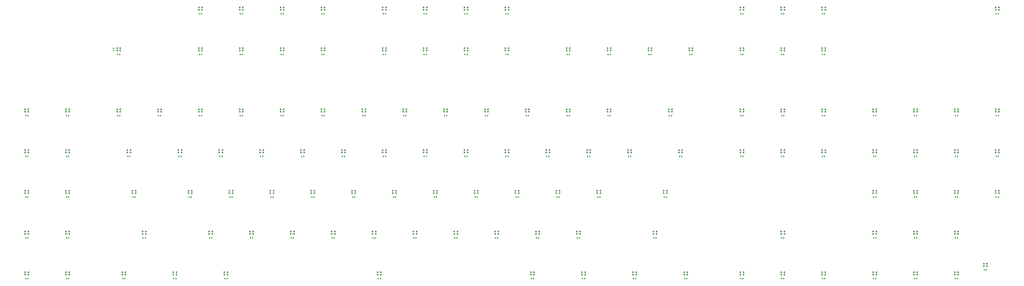
<source format=gbr>
%TF.GenerationSoftware,KiCad,Pcbnew,(6.0.0)*%
%TF.CreationDate,2022-04-04T18:27:56-04:00*%
%TF.ProjectId,SweetBusinessRGBCore,53776565-7442-4757-9369-6e6573735247,rev?*%
%TF.SameCoordinates,Original*%
%TF.FileFunction,Paste,Top*%
%TF.FilePolarity,Positive*%
%FSLAX46Y46*%
G04 Gerber Fmt 4.6, Leading zero omitted, Abs format (unit mm)*
G04 Created by KiCad (PCBNEW (6.0.0)) date 2022-04-04 18:27:56*
%MOMM*%
%LPD*%
G01*
G04 APERTURE LIST*
G04 Aperture macros list*
%AMRoundRect*
0 Rectangle with rounded corners*
0 $1 Rounding radius*
0 $2 $3 $4 $5 $6 $7 $8 $9 X,Y pos of 4 corners*
0 Add a 4 corners polygon primitive as box body*
4,1,4,$2,$3,$4,$5,$6,$7,$8,$9,$2,$3,0*
0 Add four circle primitives for the rounded corners*
1,1,$1+$1,$2,$3*
1,1,$1+$1,$4,$5*
1,1,$1+$1,$6,$7*
1,1,$1+$1,$8,$9*
0 Add four rect primitives between the rounded corners*
20,1,$1+$1,$2,$3,$4,$5,0*
20,1,$1+$1,$4,$5,$6,$7,0*
20,1,$1+$1,$6,$7,$8,$9,0*
20,1,$1+$1,$8,$9,$2,$3,0*%
G04 Aperture macros list end*
%ADD10RoundRect,0.147500X-0.147500X-0.172500X0.147500X-0.172500X0.147500X0.172500X-0.147500X0.172500X0*%
%ADD11R,0.700000X0.700000*%
%ADD12RoundRect,0.147500X0.147500X0.172500X-0.147500X0.172500X-0.147500X-0.172500X0.147500X-0.172500X0*%
%ADD13RoundRect,0.147500X-0.172500X0.147500X-0.172500X-0.147500X0.172500X-0.147500X0.172500X0.147500X0*%
G04 APERTURE END LIST*
D10*
%TO.C,LC14*%
X156677500Y-152400000D03*
X157647500Y-152400000D03*
%TD*%
D11*
%TO.C,LD41*%
X310312500Y-179143750D03*
X310312500Y-178043750D03*
X308812500Y-178043750D03*
X308812500Y-179143750D03*
%TD*%
%TO.C,LD42*%
X329362500Y-179143750D03*
X329362500Y-178043750D03*
X327862500Y-178043750D03*
X327862500Y-179143750D03*
%TD*%
%TO.C,LD126*%
X491287500Y-255343750D03*
X491287500Y-254243750D03*
X489787500Y-254243750D03*
X489787500Y-255343750D03*
%TD*%
%TO.C,LD81*%
X210300000Y-217243750D03*
X210300000Y-216143750D03*
X208800000Y-216143750D03*
X208800000Y-217243750D03*
%TD*%
D12*
%TO.C,LC89*%
X452922500Y-219075000D03*
X451952500Y-219075000D03*
%TD*%
D11*
%TO.C,LD70*%
X451687500Y-197093750D03*
X451687500Y-198193750D03*
X453187500Y-198193750D03*
X453187500Y-197093750D03*
%TD*%
D12*
%TO.C,LC91*%
X491022500Y-219075000D03*
X490052500Y-219075000D03*
%TD*%
D11*
%TO.C,LD96*%
X142125000Y-235193750D03*
X142125000Y-236293750D03*
X143625000Y-236293750D03*
X143625000Y-235193750D03*
%TD*%
D12*
%TO.C,LC124*%
X452922500Y-257175000D03*
X451952500Y-257175000D03*
%TD*%
%TO.C,LC37*%
X233847500Y-180975000D03*
X232877500Y-180975000D03*
%TD*%
D11*
%TO.C,LD84*%
X267450000Y-217243750D03*
X267450000Y-216143750D03*
X265950000Y-216143750D03*
X265950000Y-217243750D03*
%TD*%
%TO.C,LD97*%
X161175000Y-235193750D03*
X161175000Y-236293750D03*
X162675000Y-236293750D03*
X162675000Y-235193750D03*
%TD*%
%TO.C,LD60*%
X242137500Y-197093750D03*
X242137500Y-198193750D03*
X243637500Y-198193750D03*
X243637500Y-197093750D03*
%TD*%
%TO.C,LDE1*%
X510325000Y-131518750D03*
X510325000Y-130418750D03*
X508825000Y-130418750D03*
X508825000Y-131518750D03*
%TD*%
D12*
%TO.C,LC119*%
X341003750Y-257175000D03*
X340033750Y-257175000D03*
%TD*%
D11*
%TO.C,LD34*%
X176962500Y-179143750D03*
X176962500Y-178043750D03*
X175462500Y-178043750D03*
X175462500Y-179143750D03*
%TD*%
%TO.C,LD121*%
X391275000Y-255343750D03*
X391275000Y-254243750D03*
X389775000Y-254243750D03*
X389775000Y-255343750D03*
%TD*%
%TO.C,LD103*%
X275475000Y-235193750D03*
X275475000Y-236293750D03*
X276975000Y-236293750D03*
X276975000Y-235193750D03*
%TD*%
%TO.C,LD88*%
X355556250Y-217243750D03*
X355556250Y-216143750D03*
X354056250Y-216143750D03*
X354056250Y-217243750D03*
%TD*%
%TO.C,LD85*%
X286500000Y-217243750D03*
X286500000Y-216143750D03*
X285000000Y-216143750D03*
X285000000Y-217243750D03*
%TD*%
D12*
%TO.C,LC28*%
X57635000Y-180975000D03*
X56665000Y-180975000D03*
%TD*%
D10*
%TO.C,LC102*%
X256690000Y-238125000D03*
X257660000Y-238125000D03*
%TD*%
D12*
%TO.C,LC39*%
X271947500Y-180975000D03*
X270977500Y-180975000D03*
%TD*%
D11*
%TO.C,LD3*%
X157912500Y-131518750D03*
X157912500Y-130418750D03*
X156412500Y-130418750D03*
X156412500Y-131518750D03*
%TD*%
D12*
%TO.C,LC9*%
X281472500Y-133350000D03*
X280502500Y-133350000D03*
%TD*%
D10*
%TO.C,LC60*%
X242402500Y-200025000D03*
X243372500Y-200025000D03*
%TD*%
D11*
%TO.C,LD32*%
X138862500Y-179143750D03*
X138862500Y-178043750D03*
X137362500Y-178043750D03*
X137362500Y-179143750D03*
%TD*%
%TO.C,LD23*%
X346912500Y-149468750D03*
X346912500Y-150568750D03*
X348412500Y-150568750D03*
X348412500Y-149468750D03*
%TD*%
D10*
%TO.C,LC98*%
X180490000Y-238125000D03*
X181460000Y-238125000D03*
%TD*%
D12*
%TO.C,LC36*%
X214797500Y-180975000D03*
X213827500Y-180975000D03*
%TD*%
%TO.C,LC114*%
X126691250Y-257175000D03*
X125721250Y-257175000D03*
%TD*%
%TO.C,LC2*%
X138597500Y-133350000D03*
X137627500Y-133350000D03*
%TD*%
D11*
%TO.C,LD47*%
X453187500Y-179143750D03*
X453187500Y-178043750D03*
X451687500Y-178043750D03*
X451687500Y-179143750D03*
%TD*%
%TO.C,LD95*%
X111168750Y-235193750D03*
X111168750Y-236293750D03*
X112668750Y-236293750D03*
X112668750Y-235193750D03*
%TD*%
%TO.C,LD86*%
X305550000Y-217243750D03*
X305550000Y-216143750D03*
X304050000Y-216143750D03*
X304050000Y-217243750D03*
%TD*%
D12*
%TO.C,LC118*%
X317191250Y-257175000D03*
X316221250Y-257175000D03*
%TD*%
%TO.C,LC5*%
X195747500Y-133350000D03*
X194777500Y-133350000D03*
%TD*%
D11*
%TO.C,LD75*%
X76950000Y-217243750D03*
X76950000Y-216143750D03*
X75450000Y-216143750D03*
X75450000Y-217243750D03*
%TD*%
%TO.C,LD65*%
X337387500Y-197093750D03*
X337387500Y-198193750D03*
X338887500Y-198193750D03*
X338887500Y-197093750D03*
%TD*%
D12*
%TO.C,LC82*%
X229085000Y-219075000D03*
X228115000Y-219075000D03*
%TD*%
%TO.C,LC6*%
X224322500Y-133350000D03*
X223352500Y-133350000D03*
%TD*%
D11*
%TO.C,LD6*%
X224587500Y-131518750D03*
X224587500Y-130418750D03*
X223087500Y-130418750D03*
X223087500Y-131518750D03*
%TD*%
D10*
%TO.C,LC107*%
X409090000Y-238125000D03*
X410060000Y-238125000D03*
%TD*%
D12*
%TO.C,LC81*%
X210035000Y-219075000D03*
X209065000Y-219075000D03*
%TD*%
D10*
%TO.C,LC52*%
X75715000Y-200025000D03*
X76685000Y-200025000D03*
%TD*%
D11*
%TO.C,LD55*%
X146887500Y-197093750D03*
X146887500Y-198193750D03*
X148387500Y-198193750D03*
X148387500Y-197093750D03*
%TD*%
%TO.C,LD50*%
X510337500Y-179143750D03*
X510337500Y-178043750D03*
X508837500Y-178043750D03*
X508837500Y-179143750D03*
%TD*%
%TO.C,LD17*%
X223087500Y-149468750D03*
X223087500Y-150568750D03*
X224587500Y-150568750D03*
X224587500Y-149468750D03*
%TD*%
%TO.C,LD28*%
X57900000Y-179143750D03*
X57900000Y-178043750D03*
X56400000Y-178043750D03*
X56400000Y-179143750D03*
%TD*%
D10*
%TO.C,LC73*%
X509102500Y-200025000D03*
X510072500Y-200025000D03*
%TD*%
D11*
%TO.C,LD68*%
X408825000Y-197093750D03*
X408825000Y-198193750D03*
X410325000Y-198193750D03*
X410325000Y-197093750D03*
%TD*%
D10*
%TO.C,LC51*%
X56665000Y-200025000D03*
X57635000Y-200025000D03*
%TD*%
D12*
%TO.C,LC38*%
X252897500Y-180975000D03*
X251927500Y-180975000D03*
%TD*%
D11*
%TO.C,LD116*%
X222206250Y-255343750D03*
X222206250Y-254243750D03*
X220706250Y-254243750D03*
X220706250Y-255343750D03*
%TD*%
%TO.C,LD61*%
X261187500Y-197093750D03*
X261187500Y-198193750D03*
X262687500Y-198193750D03*
X262687500Y-197093750D03*
%TD*%
%TO.C,LD2*%
X138862500Y-131518750D03*
X138862500Y-130418750D03*
X137362500Y-130418750D03*
X137362500Y-131518750D03*
%TD*%
%TO.C,LD11*%
X410325000Y-131518750D03*
X410325000Y-130418750D03*
X408825000Y-130418750D03*
X408825000Y-131518750D03*
%TD*%
%TO.C,LD46*%
X429375000Y-179143750D03*
X429375000Y-178043750D03*
X427875000Y-178043750D03*
X427875000Y-179143750D03*
%TD*%
D10*
%TO.C,LC18*%
X242402500Y-152400000D03*
X243372500Y-152400000D03*
%TD*%
D11*
%TO.C,LD38*%
X253162500Y-179143750D03*
X253162500Y-178043750D03*
X251662500Y-178043750D03*
X251662500Y-179143750D03*
%TD*%
%TO.C,LD4*%
X176962500Y-131518750D03*
X176962500Y-130418750D03*
X175462500Y-130418750D03*
X175462500Y-131518750D03*
%TD*%
D10*
%TO.C,LC56*%
X166202500Y-200025000D03*
X167172500Y-200025000D03*
%TD*%
D11*
%TO.C,LD118*%
X317456250Y-255343750D03*
X317456250Y-254243750D03*
X315956250Y-254243750D03*
X315956250Y-255343750D03*
%TD*%
%TO.C,LD78*%
X153150000Y-217243750D03*
X153150000Y-216143750D03*
X151650000Y-216143750D03*
X151650000Y-217243750D03*
%TD*%
%TO.C,LD1*%
X100762500Y-150568750D03*
X100762500Y-149468750D03*
X99262500Y-149468750D03*
X99262500Y-150568750D03*
%TD*%
D10*
%TO.C,LC59*%
X223352500Y-200025000D03*
X224322500Y-200025000D03*
%TD*%
D12*
%TO.C,LC92*%
X510072500Y-219075000D03*
X509102500Y-219075000D03*
%TD*%
%TO.C,LC8*%
X262422500Y-133350000D03*
X261452500Y-133350000D03*
%TD*%
D10*
%TO.C,LC64*%
X318602500Y-200025000D03*
X319572500Y-200025000D03*
%TD*%
D11*
%TO.C,LD93*%
X56400000Y-235193750D03*
X56400000Y-236293750D03*
X57900000Y-236293750D03*
X57900000Y-235193750D03*
%TD*%
%TO.C,LD25*%
X389775000Y-149468750D03*
X389775000Y-150568750D03*
X391275000Y-150568750D03*
X391275000Y-149468750D03*
%TD*%
%TO.C,LD117*%
X293643750Y-255343750D03*
X293643750Y-254243750D03*
X292143750Y-254243750D03*
X292143750Y-255343750D03*
%TD*%
D12*
%TO.C,LC122*%
X410060000Y-257175000D03*
X409090000Y-257175000D03*
%TD*%
D10*
%TO.C,LC15*%
X175727500Y-152400000D03*
X176697500Y-152400000D03*
%TD*%
D12*
%TO.C,LC50*%
X510072500Y-180975000D03*
X509102500Y-180975000D03*
%TD*%
D10*
%TO.C,LC20*%
X280502500Y-152400000D03*
X281472500Y-152400000D03*
%TD*%
D11*
%TO.C,LD87*%
X324600000Y-217243750D03*
X324600000Y-216143750D03*
X323100000Y-216143750D03*
X323100000Y-217243750D03*
%TD*%
%TO.C,LD98*%
X180225000Y-235193750D03*
X180225000Y-236293750D03*
X181725000Y-236293750D03*
X181725000Y-235193750D03*
%TD*%
%TO.C,LD100*%
X218325000Y-235193750D03*
X218325000Y-236293750D03*
X219825000Y-236293750D03*
X219825000Y-235193750D03*
%TD*%
%TO.C,LD52*%
X75450000Y-197093750D03*
X75450000Y-198193750D03*
X76950000Y-198193750D03*
X76950000Y-197093750D03*
%TD*%
%TO.C,LD18*%
X242137500Y-149468750D03*
X242137500Y-150568750D03*
X243637500Y-150568750D03*
X243637500Y-149468750D03*
%TD*%
%TO.C,LD12*%
X429375000Y-131518750D03*
X429375000Y-130418750D03*
X427875000Y-130418750D03*
X427875000Y-131518750D03*
%TD*%
D10*
%TO.C,LC94*%
X75715000Y-238125000D03*
X76685000Y-238125000D03*
%TD*%
D12*
%TO.C,LC46*%
X429110000Y-180975000D03*
X428140000Y-180975000D03*
%TD*%
%TO.C,LC31*%
X119547500Y-180975000D03*
X118577500Y-180975000D03*
%TD*%
D11*
%TO.C,LD110*%
X489787500Y-235193750D03*
X489787500Y-236293750D03*
X491287500Y-236293750D03*
X491287500Y-235193750D03*
%TD*%
D10*
%TO.C,LC13*%
X137627500Y-152400000D03*
X138597500Y-152400000D03*
%TD*%
%TO.C,LC108*%
X451952500Y-238125000D03*
X452922500Y-238125000D03*
%TD*%
D12*
%TO.C,LC12*%
X429110000Y-133350000D03*
X428140000Y-133350000D03*
%TD*%
D10*
%TO.C,LC105*%
X313840000Y-238125000D03*
X314810000Y-238125000D03*
%TD*%
D11*
%TO.C,LD44*%
X391275000Y-179143750D03*
X391275000Y-178043750D03*
X389775000Y-178043750D03*
X389775000Y-179143750D03*
%TD*%
D10*
%TO.C,LC58*%
X204302500Y-200025000D03*
X205272500Y-200025000D03*
%TD*%
%TO.C,LC17*%
X223352500Y-152400000D03*
X224322500Y-152400000D03*
%TD*%
D11*
%TO.C,LD122*%
X410325000Y-255343750D03*
X410325000Y-254243750D03*
X408825000Y-254243750D03*
X408825000Y-255343750D03*
%TD*%
%TO.C,LD8*%
X262687500Y-131518750D03*
X262687500Y-130418750D03*
X261187500Y-130418750D03*
X261187500Y-131518750D03*
%TD*%
%TO.C,LD71*%
X470737500Y-197093750D03*
X470737500Y-198193750D03*
X472237500Y-198193750D03*
X472237500Y-197093750D03*
%TD*%
D10*
%TO.C,LC99*%
X199540000Y-238125000D03*
X200510000Y-238125000D03*
%TD*%
D12*
%TO.C,LCE1*%
X510072500Y-133350000D03*
X509102500Y-133350000D03*
%TD*%
D10*
%TO.C,LC103*%
X275740000Y-238125000D03*
X276710000Y-238125000D03*
%TD*%
D11*
%TO.C,LD112*%
X76950000Y-255343750D03*
X76950000Y-254243750D03*
X75450000Y-254243750D03*
X75450000Y-255343750D03*
%TD*%
D10*
%TO.C,LC22*%
X328127500Y-152400000D03*
X329097500Y-152400000D03*
%TD*%
D11*
%TO.C,LD31*%
X119812500Y-179143750D03*
X119812500Y-178043750D03*
X118312500Y-178043750D03*
X118312500Y-179143750D03*
%TD*%
D10*
%TO.C,LC69*%
X428140000Y-200025000D03*
X429110000Y-200025000D03*
%TD*%
%TO.C,LC101*%
X237640000Y-238125000D03*
X238610000Y-238125000D03*
%TD*%
D11*
%TO.C,LD21*%
X308812500Y-149468750D03*
X308812500Y-150568750D03*
X310312500Y-150568750D03*
X310312500Y-149468750D03*
%TD*%
D12*
%TO.C,LC3*%
X157647500Y-133350000D03*
X156677500Y-133350000D03*
%TD*%
D10*
%TO.C,LC55*%
X147152500Y-200025000D03*
X148122500Y-200025000D03*
%TD*%
D12*
%TO.C,LC125*%
X471972500Y-257175000D03*
X471002500Y-257175000D03*
%TD*%
D10*
%TO.C,LC24*%
X366227500Y-152400000D03*
X367197500Y-152400000D03*
%TD*%
D11*
%TO.C,LD51*%
X56400000Y-197093750D03*
X56400000Y-198193750D03*
X57900000Y-198193750D03*
X57900000Y-197093750D03*
%TD*%
D12*
%TO.C,LC123*%
X429110000Y-257175000D03*
X428140000Y-257175000D03*
%TD*%
%TO.C,LC32*%
X138597500Y-180975000D03*
X137627500Y-180975000D03*
%TD*%
%TO.C,LC79*%
X171935000Y-219075000D03*
X170965000Y-219075000D03*
%TD*%
D11*
%TO.C,LD69*%
X427875000Y-197093750D03*
X427875000Y-198193750D03*
X429375000Y-198193750D03*
X429375000Y-197093750D03*
%TD*%
%TO.C,LD120*%
X365081250Y-255343750D03*
X365081250Y-254243750D03*
X363581250Y-254243750D03*
X363581250Y-255343750D03*
%TD*%
D10*
%TO.C,LC19*%
X261452500Y-152400000D03*
X262422500Y-152400000D03*
%TD*%
D11*
%TO.C,LD89*%
X453187500Y-217243750D03*
X453187500Y-216143750D03*
X451687500Y-216143750D03*
X451687500Y-217243750D03*
%TD*%
%TO.C,LD19*%
X261187500Y-149468750D03*
X261187500Y-150568750D03*
X262687500Y-150568750D03*
X262687500Y-149468750D03*
%TD*%
D10*
%TO.C,LC104*%
X294790000Y-238125000D03*
X295760000Y-238125000D03*
%TD*%
D12*
%TO.C,LC111*%
X57635000Y-257175000D03*
X56665000Y-257175000D03*
%TD*%
D11*
%TO.C,LD35*%
X196012500Y-179143750D03*
X196012500Y-178043750D03*
X194512500Y-178043750D03*
X194512500Y-179143750D03*
%TD*%
D12*
%TO.C,LC127*%
X504516250Y-253111000D03*
X503546250Y-253111000D03*
%TD*%
D11*
%TO.C,LD10*%
X391275000Y-131518750D03*
X391275000Y-130418750D03*
X389775000Y-130418750D03*
X389775000Y-131518750D03*
%TD*%
D10*
%TO.C,LC61*%
X261452500Y-200025000D03*
X262422500Y-200025000D03*
%TD*%
D12*
%TO.C,LC113*%
X102878750Y-257175000D03*
X101908750Y-257175000D03*
%TD*%
%TO.C,LC86*%
X305285000Y-219075000D03*
X304315000Y-219075000D03*
%TD*%
D10*
%TO.C,LC21*%
X309077500Y-152400000D03*
X310047500Y-152400000D03*
%TD*%
%TO.C,LC110*%
X490052500Y-238125000D03*
X491022500Y-238125000D03*
%TD*%
D11*
%TO.C,LD9*%
X281737500Y-131518750D03*
X281737500Y-130418750D03*
X280237500Y-130418750D03*
X280237500Y-131518750D03*
%TD*%
D12*
%TO.C,LC126*%
X491022500Y-257175000D03*
X490052500Y-257175000D03*
%TD*%
%TO.C,LC33*%
X157647500Y-180975000D03*
X156677500Y-180975000D03*
%TD*%
D11*
%TO.C,LD101*%
X237375000Y-235193750D03*
X237375000Y-236293750D03*
X238875000Y-236293750D03*
X238875000Y-235193750D03*
%TD*%
D12*
%TO.C,LC117*%
X293378750Y-257175000D03*
X292408750Y-257175000D03*
%TD*%
%TO.C,LC115*%
X150503750Y-257175000D03*
X149533750Y-257175000D03*
%TD*%
D13*
%TO.C,R1*%
X97631250Y-149533750D03*
X97631250Y-150503750D03*
%TD*%
D10*
%TO.C,LC25*%
X390040000Y-152400000D03*
X391010000Y-152400000D03*
%TD*%
D11*
%TO.C,LD113*%
X103143750Y-255343750D03*
X103143750Y-254243750D03*
X101643750Y-254243750D03*
X101643750Y-255343750D03*
%TD*%
%TO.C,LD20*%
X280237500Y-149468750D03*
X280237500Y-150568750D03*
X281737500Y-150568750D03*
X281737500Y-149468750D03*
%TD*%
D12*
%TO.C,LC35*%
X195747500Y-180975000D03*
X194777500Y-180975000D03*
%TD*%
D11*
%TO.C,LD48*%
X472237500Y-179143750D03*
X472237500Y-178043750D03*
X470737500Y-178043750D03*
X470737500Y-179143750D03*
%TD*%
D12*
%TO.C,LC75*%
X76685000Y-219075000D03*
X75715000Y-219075000D03*
%TD*%
D11*
%TO.C,LD74*%
X57900000Y-217243750D03*
X57900000Y-216143750D03*
X56400000Y-216143750D03*
X56400000Y-217243750D03*
%TD*%
%TO.C,LD54*%
X127837500Y-197093750D03*
X127837500Y-198193750D03*
X129337500Y-198193750D03*
X129337500Y-197093750D03*
%TD*%
%TO.C,LD105*%
X313575000Y-235193750D03*
X313575000Y-236293750D03*
X315075000Y-236293750D03*
X315075000Y-235193750D03*
%TD*%
%TO.C,LD77*%
X134100000Y-217243750D03*
X134100000Y-216143750D03*
X132600000Y-216143750D03*
X132600000Y-217243750D03*
%TD*%
D10*
%TO.C,LC16*%
X194777500Y-152400000D03*
X195747500Y-152400000D03*
%TD*%
D11*
%TO.C,LD99*%
X199275000Y-235193750D03*
X199275000Y-236293750D03*
X200775000Y-236293750D03*
X200775000Y-235193750D03*
%TD*%
D12*
%TO.C,LC116*%
X221941250Y-257175000D03*
X220971250Y-257175000D03*
%TD*%
D11*
%TO.C,LD76*%
X107906250Y-217243750D03*
X107906250Y-216143750D03*
X106406250Y-216143750D03*
X106406250Y-217243750D03*
%TD*%
%TO.C,LD30*%
X100762500Y-179143750D03*
X100762500Y-178043750D03*
X99262500Y-178043750D03*
X99262500Y-179143750D03*
%TD*%
D10*
%TO.C,LC100*%
X218590000Y-238125000D03*
X219560000Y-238125000D03*
%TD*%
D12*
%TO.C,LC44*%
X391010000Y-180975000D03*
X390040000Y-180975000D03*
%TD*%
%TO.C,LC112*%
X76685000Y-257175000D03*
X75715000Y-257175000D03*
%TD*%
%TO.C,LC1*%
X100497500Y-152400000D03*
X99527500Y-152400000D03*
%TD*%
D11*
%TO.C,LD29*%
X76950000Y-179143750D03*
X76950000Y-178043750D03*
X75450000Y-178043750D03*
X75450000Y-179143750D03*
%TD*%
%TO.C,LD49*%
X491287500Y-179143750D03*
X491287500Y-178043750D03*
X489787500Y-178043750D03*
X489787500Y-179143750D03*
%TD*%
%TO.C,LD67*%
X389775000Y-197093750D03*
X389775000Y-198193750D03*
X391275000Y-198193750D03*
X391275000Y-197093750D03*
%TD*%
D10*
%TO.C,LC109*%
X471002500Y-238125000D03*
X471972500Y-238125000D03*
%TD*%
%TO.C,LC65*%
X337652500Y-200025000D03*
X338622500Y-200025000D03*
%TD*%
D11*
%TO.C,LD45*%
X410325000Y-179143750D03*
X410325000Y-178043750D03*
X408825000Y-178043750D03*
X408825000Y-179143750D03*
%TD*%
%TO.C,LD62*%
X280237500Y-197093750D03*
X280237500Y-198193750D03*
X281737500Y-198193750D03*
X281737500Y-197093750D03*
%TD*%
%TO.C,LD40*%
X291262500Y-179143750D03*
X291262500Y-178043750D03*
X289762500Y-178043750D03*
X289762500Y-179143750D03*
%TD*%
D12*
%TO.C,LC74*%
X57635000Y-219075000D03*
X56665000Y-219075000D03*
%TD*%
D11*
%TO.C,LD109*%
X470737500Y-235193750D03*
X470737500Y-236293750D03*
X472237500Y-236293750D03*
X472237500Y-235193750D03*
%TD*%
%TO.C,LD24*%
X365962500Y-149468750D03*
X365962500Y-150568750D03*
X367462500Y-150568750D03*
X367462500Y-149468750D03*
%TD*%
D12*
%TO.C,LC41*%
X310047500Y-180975000D03*
X309077500Y-180975000D03*
%TD*%
D10*
%TO.C,LC26*%
X409090000Y-152400000D03*
X410060000Y-152400000D03*
%TD*%
D12*
%TO.C,LC40*%
X290997500Y-180975000D03*
X290027500Y-180975000D03*
%TD*%
D11*
%TO.C,LD115*%
X150768750Y-255343750D03*
X150768750Y-254243750D03*
X149268750Y-254243750D03*
X149268750Y-255343750D03*
%TD*%
%TO.C,LD27*%
X427875000Y-149468750D03*
X427875000Y-150568750D03*
X429375000Y-150568750D03*
X429375000Y-149468750D03*
%TD*%
%TO.C,LD83*%
X248400000Y-217243750D03*
X248400000Y-216143750D03*
X246900000Y-216143750D03*
X246900000Y-217243750D03*
%TD*%
%TO.C,LD108*%
X451687500Y-235193750D03*
X451687500Y-236293750D03*
X453187500Y-236293750D03*
X453187500Y-235193750D03*
%TD*%
D12*
%TO.C,LC77*%
X133835000Y-219075000D03*
X132865000Y-219075000D03*
%TD*%
%TO.C,LC83*%
X248135000Y-219075000D03*
X247165000Y-219075000D03*
%TD*%
D11*
%TO.C,LD57*%
X184987500Y-197093750D03*
X184987500Y-198193750D03*
X186487500Y-198193750D03*
X186487500Y-197093750D03*
%TD*%
%TO.C,LD90*%
X472237500Y-217243750D03*
X472237500Y-216143750D03*
X470737500Y-216143750D03*
X470737500Y-217243750D03*
%TD*%
%TO.C,LD124*%
X453187500Y-255343750D03*
X453187500Y-254243750D03*
X451687500Y-254243750D03*
X451687500Y-255343750D03*
%TD*%
%TO.C,LD82*%
X229350000Y-217243750D03*
X229350000Y-216143750D03*
X227850000Y-216143750D03*
X227850000Y-217243750D03*
%TD*%
D12*
%TO.C,LC4*%
X176697500Y-133350000D03*
X175727500Y-133350000D03*
%TD*%
%TO.C,LC42*%
X329097500Y-180975000D03*
X328127500Y-180975000D03*
%TD*%
D11*
%TO.C,LD56*%
X165937500Y-197093750D03*
X165937500Y-198193750D03*
X167437500Y-198193750D03*
X167437500Y-197093750D03*
%TD*%
%TO.C,LD127*%
X504781250Y-251375000D03*
X504781250Y-250275000D03*
X503281250Y-250275000D03*
X503281250Y-251375000D03*
%TD*%
D12*
%TO.C,LC121*%
X391010000Y-257175000D03*
X390040000Y-257175000D03*
%TD*%
D11*
%TO.C,LD16*%
X194512500Y-149468750D03*
X194512500Y-150568750D03*
X196012500Y-150568750D03*
X196012500Y-149468750D03*
%TD*%
%TO.C,LD43*%
X357937500Y-179143750D03*
X357937500Y-178043750D03*
X356437500Y-178043750D03*
X356437500Y-179143750D03*
%TD*%
D12*
%TO.C,LC45*%
X410060000Y-180975000D03*
X409090000Y-180975000D03*
%TD*%
%TO.C,LC49*%
X491022500Y-180975000D03*
X490052500Y-180975000D03*
%TD*%
D10*
%TO.C,LC96*%
X142390000Y-238125000D03*
X143360000Y-238125000D03*
%TD*%
D11*
%TO.C,LD63*%
X299287500Y-197093750D03*
X299287500Y-198193750D03*
X300787500Y-198193750D03*
X300787500Y-197093750D03*
%TD*%
D12*
%TO.C,LC88*%
X355291250Y-219075000D03*
X354321250Y-219075000D03*
%TD*%
D11*
%TO.C,LD125*%
X472237500Y-255343750D03*
X472237500Y-254243750D03*
X470737500Y-254243750D03*
X470737500Y-255343750D03*
%TD*%
D12*
%TO.C,LC47*%
X452922500Y-180975000D03*
X451952500Y-180975000D03*
%TD*%
D10*
%TO.C,LC57*%
X185252500Y-200025000D03*
X186222500Y-200025000D03*
%TD*%
D11*
%TO.C,LD107*%
X408825000Y-235193750D03*
X408825000Y-236293750D03*
X410325000Y-236293750D03*
X410325000Y-235193750D03*
%TD*%
D10*
%TO.C,LC68*%
X409090000Y-200025000D03*
X410060000Y-200025000D03*
%TD*%
D12*
%TO.C,LC29*%
X76685000Y-180975000D03*
X75715000Y-180975000D03*
%TD*%
%TO.C,LC43*%
X357672500Y-180975000D03*
X356702500Y-180975000D03*
%TD*%
D10*
%TO.C,LC54*%
X128102500Y-200025000D03*
X129072500Y-200025000D03*
%TD*%
D11*
%TO.C,LD72*%
X489787500Y-197093750D03*
X489787500Y-198193750D03*
X491287500Y-198193750D03*
X491287500Y-197093750D03*
%TD*%
%TO.C,LD39*%
X272212500Y-179143750D03*
X272212500Y-178043750D03*
X270712500Y-178043750D03*
X270712500Y-179143750D03*
%TD*%
D12*
%TO.C,LC85*%
X286235000Y-219075000D03*
X285265000Y-219075000D03*
%TD*%
D11*
%TO.C,LD26*%
X408825000Y-149468750D03*
X408825000Y-150568750D03*
X410325000Y-150568750D03*
X410325000Y-149468750D03*
%TD*%
D10*
%TO.C,LC72*%
X490052500Y-200025000D03*
X491022500Y-200025000D03*
%TD*%
%TO.C,LC62*%
X280502500Y-200025000D03*
X281472500Y-200025000D03*
%TD*%
D12*
%TO.C,LC84*%
X267185000Y-219075000D03*
X266215000Y-219075000D03*
%TD*%
D11*
%TO.C,LD102*%
X256425000Y-235193750D03*
X256425000Y-236293750D03*
X257925000Y-236293750D03*
X257925000Y-235193750D03*
%TD*%
%TO.C,LD80*%
X191250000Y-217243750D03*
X191250000Y-216143750D03*
X189750000Y-216143750D03*
X189750000Y-217243750D03*
%TD*%
D12*
%TO.C,LC87*%
X324335000Y-219075000D03*
X323365000Y-219075000D03*
%TD*%
D11*
%TO.C,LD119*%
X341268750Y-255343750D03*
X341268750Y-254243750D03*
X339768750Y-254243750D03*
X339768750Y-255343750D03*
%TD*%
D10*
%TO.C,LC23*%
X347177500Y-152400000D03*
X348147500Y-152400000D03*
%TD*%
D11*
%TO.C,LD111*%
X57900000Y-255343750D03*
X57900000Y-254243750D03*
X56400000Y-254243750D03*
X56400000Y-255343750D03*
%TD*%
%TO.C,LD66*%
X361200000Y-197093750D03*
X361200000Y-198193750D03*
X362700000Y-198193750D03*
X362700000Y-197093750D03*
%TD*%
D10*
%TO.C,LC53*%
X104290000Y-200025000D03*
X105260000Y-200025000D03*
%TD*%
D11*
%TO.C,LD79*%
X172200000Y-217243750D03*
X172200000Y-216143750D03*
X170700000Y-216143750D03*
X170700000Y-217243750D03*
%TD*%
%TO.C,LD114*%
X126956250Y-255343750D03*
X126956250Y-254243750D03*
X125456250Y-254243750D03*
X125456250Y-255343750D03*
%TD*%
D10*
%TO.C,LC27*%
X428140000Y-152400000D03*
X429110000Y-152400000D03*
%TD*%
%TO.C,LC97*%
X161440000Y-238125000D03*
X162410000Y-238125000D03*
%TD*%
D11*
%TO.C,LD14*%
X156412500Y-149468750D03*
X156412500Y-150568750D03*
X157912500Y-150568750D03*
X157912500Y-149468750D03*
%TD*%
D12*
%TO.C,LC78*%
X152885000Y-219075000D03*
X151915000Y-219075000D03*
%TD*%
D11*
%TO.C,LD37*%
X234112500Y-179143750D03*
X234112500Y-178043750D03*
X232612500Y-178043750D03*
X232612500Y-179143750D03*
%TD*%
D10*
%TO.C,LC93*%
X56665000Y-238125000D03*
X57635000Y-238125000D03*
%TD*%
D11*
%TO.C,LD73*%
X508837500Y-197093750D03*
X508837500Y-198193750D03*
X510337500Y-198193750D03*
X510337500Y-197093750D03*
%TD*%
%TO.C,LD33*%
X157912500Y-179143750D03*
X157912500Y-178043750D03*
X156412500Y-178043750D03*
X156412500Y-179143750D03*
%TD*%
%TO.C,LD123*%
X429375000Y-255343750D03*
X429375000Y-254243750D03*
X427875000Y-254243750D03*
X427875000Y-255343750D03*
%TD*%
%TO.C,LD94*%
X75450000Y-235193750D03*
X75450000Y-236293750D03*
X76950000Y-236293750D03*
X76950000Y-235193750D03*
%TD*%
D12*
%TO.C,LC120*%
X364816250Y-257175000D03*
X363846250Y-257175000D03*
%TD*%
%TO.C,LC7*%
X243372500Y-133350000D03*
X242402500Y-133350000D03*
%TD*%
D10*
%TO.C,LC95*%
X111433750Y-238125000D03*
X112403750Y-238125000D03*
%TD*%
%TO.C,LC66*%
X361465000Y-200025000D03*
X362435000Y-200025000D03*
%TD*%
D11*
%TO.C,LD64*%
X318337500Y-197093750D03*
X318337500Y-198193750D03*
X319837500Y-198193750D03*
X319837500Y-197093750D03*
%TD*%
%TO.C,LD106*%
X349293750Y-235193750D03*
X349293750Y-236293750D03*
X350793750Y-236293750D03*
X350793750Y-235193750D03*
%TD*%
D10*
%TO.C,LC71*%
X471002500Y-200025000D03*
X471972500Y-200025000D03*
%TD*%
D11*
%TO.C,LD58*%
X204037500Y-197093750D03*
X204037500Y-198193750D03*
X205537500Y-198193750D03*
X205537500Y-197093750D03*
%TD*%
%TO.C,LD53*%
X104025000Y-197093750D03*
X104025000Y-198193750D03*
X105525000Y-198193750D03*
X105525000Y-197093750D03*
%TD*%
D10*
%TO.C,LC70*%
X451952500Y-200025000D03*
X452922500Y-200025000D03*
%TD*%
D12*
%TO.C,LC10*%
X391010000Y-133350000D03*
X390040000Y-133350000D03*
%TD*%
D10*
%TO.C,LC67*%
X390040000Y-200025000D03*
X391010000Y-200025000D03*
%TD*%
D12*
%TO.C,LC48*%
X471972500Y-180975000D03*
X471002500Y-180975000D03*
%TD*%
D11*
%TO.C,LD7*%
X243637500Y-131518750D03*
X243637500Y-130418750D03*
X242137500Y-130418750D03*
X242137500Y-131518750D03*
%TD*%
%TO.C,LD92*%
X510337500Y-217243750D03*
X510337500Y-216143750D03*
X508837500Y-216143750D03*
X508837500Y-217243750D03*
%TD*%
%TO.C,LD91*%
X491287500Y-217243750D03*
X491287500Y-216143750D03*
X489787500Y-216143750D03*
X489787500Y-217243750D03*
%TD*%
D12*
%TO.C,LC30*%
X100497500Y-180975000D03*
X99527500Y-180975000D03*
%TD*%
%TO.C,LC11*%
X410060000Y-133350000D03*
X409090000Y-133350000D03*
%TD*%
D10*
%TO.C,LC63*%
X299552500Y-200025000D03*
X300522500Y-200025000D03*
%TD*%
D12*
%TO.C,LC76*%
X107641250Y-219075000D03*
X106671250Y-219075000D03*
%TD*%
%TO.C,LC34*%
X176697500Y-180975000D03*
X175727500Y-180975000D03*
%TD*%
D11*
%TO.C,LD13*%
X137362500Y-149468750D03*
X137362500Y-150568750D03*
X138862500Y-150568750D03*
X138862500Y-149468750D03*
%TD*%
%TO.C,LD59*%
X223087500Y-197093750D03*
X223087500Y-198193750D03*
X224587500Y-198193750D03*
X224587500Y-197093750D03*
%TD*%
%TO.C,LD104*%
X294525000Y-235193750D03*
X294525000Y-236293750D03*
X296025000Y-236293750D03*
X296025000Y-235193750D03*
%TD*%
D10*
%TO.C,LC106*%
X349558750Y-238125000D03*
X350528750Y-238125000D03*
%TD*%
D12*
%TO.C,LC80*%
X190985000Y-219075000D03*
X190015000Y-219075000D03*
%TD*%
D11*
%TO.C,LD15*%
X175462500Y-149468750D03*
X175462500Y-150568750D03*
X176962500Y-150568750D03*
X176962500Y-149468750D03*
%TD*%
%TO.C,LD22*%
X327862500Y-149468750D03*
X327862500Y-150568750D03*
X329362500Y-150568750D03*
X329362500Y-149468750D03*
%TD*%
%TO.C,LD5*%
X196012500Y-131518750D03*
X196012500Y-130418750D03*
X194512500Y-130418750D03*
X194512500Y-131518750D03*
%TD*%
D12*
%TO.C,LC90*%
X471972500Y-219075000D03*
X471002500Y-219075000D03*
%TD*%
D11*
%TO.C,LD36*%
X215062500Y-179143750D03*
X215062500Y-178043750D03*
X213562500Y-178043750D03*
X213562500Y-179143750D03*
%TD*%
M02*

</source>
